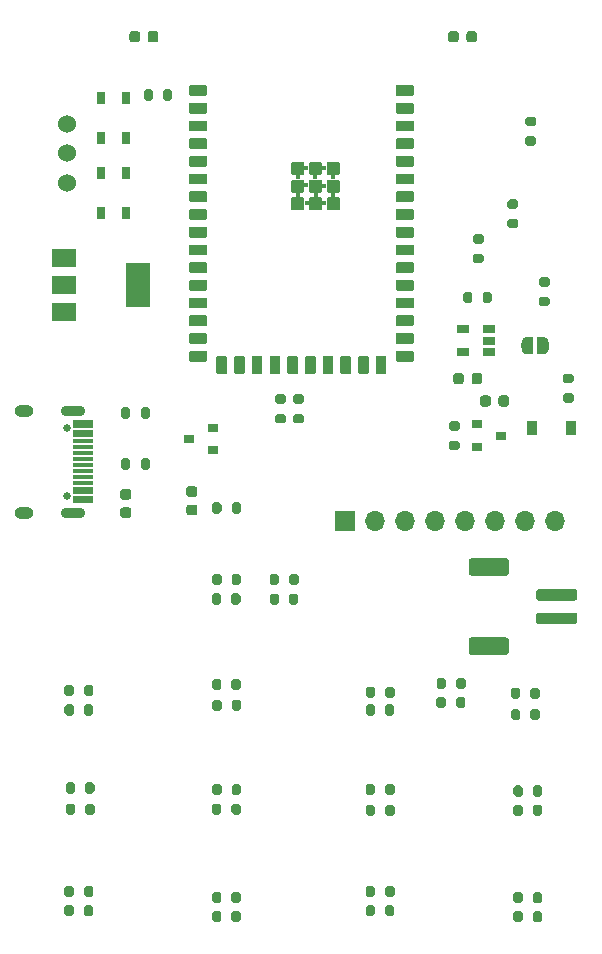
<source format=gbr>
%TF.GenerationSoftware,KiCad,Pcbnew,(5.1.12)-1*%
%TF.CreationDate,2022-08-12T17:27:40+02:00*%
%TF.ProjectId,upitchuS2,75706974-6368-4755-9332-2e6b69636164,1.1*%
%TF.SameCoordinates,Original*%
%TF.FileFunction,Soldermask,Bot*%
%TF.FilePolarity,Negative*%
%FSLAX46Y46*%
G04 Gerber Fmt 4.6, Leading zero omitted, Abs format (unit mm)*
G04 Created by KiCad (PCBNEW (5.1.12)-1) date 2022-08-12 17:27:40*
%MOMM*%
%LPD*%
G01*
G04 APERTURE LIST*
%ADD10R,0.900000X1.200000*%
%ADD11R,0.900000X0.800000*%
%ADD12C,0.100000*%
%ADD13R,0.650000X1.050000*%
%ADD14R,1.060000X0.650000*%
%ADD15O,1.600000X1.000000*%
%ADD16O,2.100000X0.900000*%
%ADD17C,0.650000*%
%ADD18R,1.750000X0.300000*%
%ADD19R,2.000000X3.800000*%
%ADD20R,2.000000X1.500000*%
%ADD21R,1.700000X1.700000*%
%ADD22O,1.700000X1.700000*%
%ADD23C,1.524000*%
%ADD24C,0.400000*%
G04 APERTURE END LIST*
D10*
%TO.C,D3*%
X130683000Y-87630000D03*
X127383000Y-87630000D03*
%TD*%
D11*
%TO.C,D2*%
X100330000Y-87630000D03*
X100330000Y-89530000D03*
X98330000Y-88580000D03*
%TD*%
D12*
%TO.C,J4*%
G36*
X127770000Y-79895000D02*
G01*
X128270000Y-79895000D01*
X128270000Y-79895602D01*
X128294534Y-79895602D01*
X128343365Y-79900412D01*
X128391490Y-79909984D01*
X128438445Y-79924228D01*
X128483778Y-79943005D01*
X128527051Y-79966136D01*
X128567850Y-79993396D01*
X128605779Y-80024524D01*
X128640476Y-80059221D01*
X128671604Y-80097150D01*
X128698864Y-80137949D01*
X128721995Y-80181222D01*
X128740772Y-80226555D01*
X128755016Y-80273510D01*
X128764588Y-80321635D01*
X128769398Y-80370466D01*
X128769398Y-80395000D01*
X128770000Y-80395000D01*
X128770000Y-80895000D01*
X128769398Y-80895000D01*
X128769398Y-80919534D01*
X128764588Y-80968365D01*
X128755016Y-81016490D01*
X128740772Y-81063445D01*
X128721995Y-81108778D01*
X128698864Y-81152051D01*
X128671604Y-81192850D01*
X128640476Y-81230779D01*
X128605779Y-81265476D01*
X128567850Y-81296604D01*
X128527051Y-81323864D01*
X128483778Y-81346995D01*
X128438445Y-81365772D01*
X128391490Y-81380016D01*
X128343365Y-81389588D01*
X128294534Y-81394398D01*
X128270000Y-81394398D01*
X128270000Y-81395000D01*
X127770000Y-81395000D01*
X127770000Y-79895000D01*
G37*
G36*
X126970000Y-81394398D02*
G01*
X126945466Y-81394398D01*
X126896635Y-81389588D01*
X126848510Y-81380016D01*
X126801555Y-81365772D01*
X126756222Y-81346995D01*
X126712949Y-81323864D01*
X126672150Y-81296604D01*
X126634221Y-81265476D01*
X126599524Y-81230779D01*
X126568396Y-81192850D01*
X126541136Y-81152051D01*
X126518005Y-81108778D01*
X126499228Y-81063445D01*
X126484984Y-81016490D01*
X126475412Y-80968365D01*
X126470602Y-80919534D01*
X126470602Y-80895000D01*
X126470000Y-80895000D01*
X126470000Y-80395000D01*
X126470602Y-80395000D01*
X126470602Y-80370466D01*
X126475412Y-80321635D01*
X126484984Y-80273510D01*
X126499228Y-80226555D01*
X126518005Y-80181222D01*
X126541136Y-80137949D01*
X126568396Y-80097150D01*
X126599524Y-80059221D01*
X126634221Y-80024524D01*
X126672150Y-79993396D01*
X126712949Y-79966136D01*
X126756222Y-79943005D01*
X126801555Y-79924228D01*
X126848510Y-79909984D01*
X126896635Y-79900412D01*
X126945466Y-79895602D01*
X126970000Y-79895602D01*
X126970000Y-79895000D01*
X127470000Y-79895000D01*
X127470000Y-81395000D01*
X126970000Y-81395000D01*
X126970000Y-81394398D01*
G37*
%TD*%
D13*
%TO.C,SW2*%
X90900000Y-66000000D03*
X90900000Y-69465000D03*
X93000000Y-66000000D03*
X93000000Y-69465000D03*
%TD*%
D14*
%TO.C,U1*%
X121500000Y-79270000D03*
X121500000Y-81170000D03*
X123700000Y-81170000D03*
X123700000Y-80220000D03*
X123700000Y-79270000D03*
%TD*%
D11*
%TO.C,Q1*%
X122700000Y-89220000D03*
X122700000Y-87320000D03*
X124700000Y-88270000D03*
%TD*%
D13*
%TO.C,SW1*%
X93000000Y-63114000D03*
X93000000Y-59649000D03*
X90900000Y-63114000D03*
X90900000Y-59649000D03*
%TD*%
D15*
%TO.C,J101*%
X84330000Y-94820000D03*
X84330000Y-86180000D03*
D16*
X88510000Y-94820000D03*
X88510000Y-86180000D03*
D17*
X88010000Y-93390000D03*
X88010000Y-87610000D03*
D18*
X89350000Y-90250000D03*
X89350000Y-89750000D03*
X89350000Y-89250000D03*
X89350000Y-88750000D03*
X89350000Y-91250000D03*
X89350000Y-92250000D03*
X89350000Y-91750000D03*
X89350000Y-90750000D03*
X89350000Y-93850000D03*
X89350000Y-93550000D03*
X89350000Y-93050000D03*
X89350000Y-92750000D03*
X89350000Y-87950000D03*
X89350000Y-88250000D03*
X89350000Y-87450000D03*
X89350000Y-87150000D03*
%TD*%
D19*
%TO.C,U101*%
X94000000Y-75500000D03*
D20*
X87700000Y-75500000D03*
X87700000Y-73200000D03*
X87700000Y-77800000D03*
%TD*%
D21*
%TO.C,J102*%
X111500000Y-95500000D03*
D22*
X114040000Y-95500000D03*
X116580000Y-95500000D03*
X119120000Y-95500000D03*
X121660000Y-95500000D03*
X124200000Y-95500000D03*
X126740000Y-95500000D03*
X129280000Y-95500000D03*
%TD*%
%TO.C,J1*%
G36*
G01*
X130950000Y-104250000D02*
X127950000Y-104250000D01*
G75*
G02*
X127700000Y-104000000I0J250000D01*
G01*
X127700000Y-103500000D01*
G75*
G02*
X127950000Y-103250000I250000J0D01*
G01*
X130950000Y-103250000D01*
G75*
G02*
X131200000Y-103500000I0J-250000D01*
G01*
X131200000Y-104000000D01*
G75*
G02*
X130950000Y-104250000I-250000J0D01*
G01*
G37*
G36*
G01*
X130950000Y-102250000D02*
X127950000Y-102250000D01*
G75*
G02*
X127700000Y-102000000I0J250000D01*
G01*
X127700000Y-101500000D01*
G75*
G02*
X127950000Y-101250000I250000J0D01*
G01*
X130950000Y-101250000D01*
G75*
G02*
X131200000Y-101500000I0J-250000D01*
G01*
X131200000Y-102000000D01*
G75*
G02*
X130950000Y-102250000I-250000J0D01*
G01*
G37*
G36*
G01*
X125150000Y-106850000D02*
X122250000Y-106850000D01*
G75*
G02*
X122000000Y-106600000I0J250000D01*
G01*
X122000000Y-105600000D01*
G75*
G02*
X122250000Y-105350000I250000J0D01*
G01*
X125150000Y-105350000D01*
G75*
G02*
X125400000Y-105600000I0J-250000D01*
G01*
X125400000Y-106600000D01*
G75*
G02*
X125150000Y-106850000I-250000J0D01*
G01*
G37*
G36*
G01*
X125150000Y-100150000D02*
X122250000Y-100150000D01*
G75*
G02*
X122000000Y-99900000I0J250000D01*
G01*
X122000000Y-98900000D01*
G75*
G02*
X122250000Y-98650000I250000J0D01*
G01*
X125150000Y-98650000D01*
G75*
G02*
X125400000Y-98900000I0J-250000D01*
G01*
X125400000Y-99900000D01*
G75*
G02*
X125150000Y-100150000I-250000J0D01*
G01*
G37*
%TD*%
D23*
%TO.C,SW117*%
X87950000Y-64350000D03*
X87950000Y-61850000D03*
X87950000Y-66850000D03*
%TD*%
%TO.C,C1*%
G36*
G01*
X92722000Y-92795000D02*
X93222000Y-92795000D01*
G75*
G02*
X93447000Y-93020000I0J-225000D01*
G01*
X93447000Y-93470000D01*
G75*
G02*
X93222000Y-93695000I-225000J0D01*
G01*
X92722000Y-93695000D01*
G75*
G02*
X92497000Y-93470000I0J225000D01*
G01*
X92497000Y-93020000D01*
G75*
G02*
X92722000Y-92795000I225000J0D01*
G01*
G37*
G36*
G01*
X92722000Y-94345000D02*
X93222000Y-94345000D01*
G75*
G02*
X93447000Y-94570000I0J-225000D01*
G01*
X93447000Y-95020000D01*
G75*
G02*
X93222000Y-95245000I-225000J0D01*
G01*
X92722000Y-95245000D01*
G75*
G02*
X92497000Y-95020000I0J225000D01*
G01*
X92497000Y-94570000D01*
G75*
G02*
X92722000Y-94345000I225000J0D01*
G01*
G37*
%TD*%
%TO.C,C6*%
G36*
G01*
X124518000Y-85594000D02*
X124518000Y-85094000D01*
G75*
G02*
X124743000Y-84869000I225000J0D01*
G01*
X125193000Y-84869000D01*
G75*
G02*
X125418000Y-85094000I0J-225000D01*
G01*
X125418000Y-85594000D01*
G75*
G02*
X125193000Y-85819000I-225000J0D01*
G01*
X124743000Y-85819000D01*
G75*
G02*
X124518000Y-85594000I0J225000D01*
G01*
G37*
G36*
G01*
X122968000Y-85594000D02*
X122968000Y-85094000D01*
G75*
G02*
X123193000Y-84869000I225000J0D01*
G01*
X123643000Y-84869000D01*
G75*
G02*
X123868000Y-85094000I0J-225000D01*
G01*
X123868000Y-85594000D01*
G75*
G02*
X123643000Y-85819000I-225000J0D01*
G01*
X123193000Y-85819000D01*
G75*
G02*
X122968000Y-85594000I0J225000D01*
G01*
G37*
%TD*%
%TO.C,C8*%
G36*
G01*
X98810000Y-93461000D02*
X98310000Y-93461000D01*
G75*
G02*
X98085000Y-93236000I0J225000D01*
G01*
X98085000Y-92786000D01*
G75*
G02*
X98310000Y-92561000I225000J0D01*
G01*
X98810000Y-92561000D01*
G75*
G02*
X99035000Y-92786000I0J-225000D01*
G01*
X99035000Y-93236000D01*
G75*
G02*
X98810000Y-93461000I-225000J0D01*
G01*
G37*
G36*
G01*
X98810000Y-95011000D02*
X98310000Y-95011000D01*
G75*
G02*
X98085000Y-94786000I0J225000D01*
G01*
X98085000Y-94336000D01*
G75*
G02*
X98310000Y-94111000I225000J0D01*
G01*
X98810000Y-94111000D01*
G75*
G02*
X99035000Y-94336000I0J-225000D01*
G01*
X99035000Y-94786000D01*
G75*
G02*
X98810000Y-95011000I-225000J0D01*
G01*
G37*
%TD*%
%TO.C,C9*%
G36*
G01*
X120691000Y-83699000D02*
X120691000Y-83199000D01*
G75*
G02*
X120916000Y-82974000I225000J0D01*
G01*
X121366000Y-82974000D01*
G75*
G02*
X121591000Y-83199000I0J-225000D01*
G01*
X121591000Y-83699000D01*
G75*
G02*
X121366000Y-83924000I-225000J0D01*
G01*
X120916000Y-83924000D01*
G75*
G02*
X120691000Y-83699000I0J225000D01*
G01*
G37*
G36*
G01*
X122241000Y-83699000D02*
X122241000Y-83199000D01*
G75*
G02*
X122466000Y-82974000I225000J0D01*
G01*
X122916000Y-82974000D01*
G75*
G02*
X123141000Y-83199000I0J-225000D01*
G01*
X123141000Y-83699000D01*
G75*
G02*
X122916000Y-83924000I-225000J0D01*
G01*
X122466000Y-83924000D01*
G75*
G02*
X122241000Y-83699000I0J225000D01*
G01*
G37*
%TD*%
%TO.C,C101*%
G36*
G01*
X95725000Y-54250000D02*
X95725000Y-54750000D01*
G75*
G02*
X95500000Y-54975000I-225000J0D01*
G01*
X95050000Y-54975000D01*
G75*
G02*
X94825000Y-54750000I0J225000D01*
G01*
X94825000Y-54250000D01*
G75*
G02*
X95050000Y-54025000I225000J0D01*
G01*
X95500000Y-54025000D01*
G75*
G02*
X95725000Y-54250000I0J-225000D01*
G01*
G37*
G36*
G01*
X94175000Y-54250000D02*
X94175000Y-54750000D01*
G75*
G02*
X93950000Y-54975000I-225000J0D01*
G01*
X93500000Y-54975000D01*
G75*
G02*
X93275000Y-54750000I0J225000D01*
G01*
X93275000Y-54250000D01*
G75*
G02*
X93500000Y-54025000I225000J0D01*
G01*
X93950000Y-54025000D01*
G75*
G02*
X94175000Y-54250000I0J-225000D01*
G01*
G37*
%TD*%
%TO.C,C102*%
G36*
G01*
X121155000Y-54250000D02*
X121155000Y-54750000D01*
G75*
G02*
X120930000Y-54975000I-225000J0D01*
G01*
X120480000Y-54975000D01*
G75*
G02*
X120255000Y-54750000I0J225000D01*
G01*
X120255000Y-54250000D01*
G75*
G02*
X120480000Y-54025000I225000J0D01*
G01*
X120930000Y-54025000D01*
G75*
G02*
X121155000Y-54250000I0J-225000D01*
G01*
G37*
G36*
G01*
X122705000Y-54250000D02*
X122705000Y-54750000D01*
G75*
G02*
X122480000Y-54975000I-225000J0D01*
G01*
X122030000Y-54975000D01*
G75*
G02*
X121805000Y-54750000I0J225000D01*
G01*
X121805000Y-54250000D01*
G75*
G02*
X122030000Y-54025000I225000J0D01*
G01*
X122480000Y-54025000D01*
G75*
G02*
X122705000Y-54250000I0J-225000D01*
G01*
G37*
%TD*%
%TO.C,R1*%
G36*
G01*
X121521000Y-76856000D02*
X121521000Y-76306000D01*
G75*
G02*
X121721000Y-76106000I200000J0D01*
G01*
X122121000Y-76106000D01*
G75*
G02*
X122321000Y-76306000I0J-200000D01*
G01*
X122321000Y-76856000D01*
G75*
G02*
X122121000Y-77056000I-200000J0D01*
G01*
X121721000Y-77056000D01*
G75*
G02*
X121521000Y-76856000I0J200000D01*
G01*
G37*
G36*
G01*
X123171000Y-76856000D02*
X123171000Y-76306000D01*
G75*
G02*
X123371000Y-76106000I200000J0D01*
G01*
X123771000Y-76106000D01*
G75*
G02*
X123971000Y-76306000I0J-200000D01*
G01*
X123971000Y-76856000D01*
G75*
G02*
X123771000Y-77056000I-200000J0D01*
G01*
X123371000Y-77056000D01*
G75*
G02*
X123171000Y-76856000I0J200000D01*
G01*
G37*
%TD*%
%TO.C,R2*%
G36*
G01*
X100285000Y-94675000D02*
X100285000Y-94125000D01*
G75*
G02*
X100485000Y-93925000I200000J0D01*
G01*
X100885000Y-93925000D01*
G75*
G02*
X101085000Y-94125000I0J-200000D01*
G01*
X101085000Y-94675000D01*
G75*
G02*
X100885000Y-94875000I-200000J0D01*
G01*
X100485000Y-94875000D01*
G75*
G02*
X100285000Y-94675000I0J200000D01*
G01*
G37*
G36*
G01*
X101935000Y-94675000D02*
X101935000Y-94125000D01*
G75*
G02*
X102135000Y-93925000I200000J0D01*
G01*
X102535000Y-93925000D01*
G75*
G02*
X102735000Y-94125000I0J-200000D01*
G01*
X102735000Y-94675000D01*
G75*
G02*
X102535000Y-94875000I-200000J0D01*
G01*
X102135000Y-94875000D01*
G75*
G02*
X101935000Y-94675000I0J200000D01*
G01*
G37*
%TD*%
%TO.C,R3*%
G36*
G01*
X95270000Y-59161000D02*
X95270000Y-59711000D01*
G75*
G02*
X95070000Y-59911000I-200000J0D01*
G01*
X94670000Y-59911000D01*
G75*
G02*
X94470000Y-59711000I0J200000D01*
G01*
X94470000Y-59161000D01*
G75*
G02*
X94670000Y-58961000I200000J0D01*
G01*
X95070000Y-58961000D01*
G75*
G02*
X95270000Y-59161000I0J-200000D01*
G01*
G37*
G36*
G01*
X96920000Y-59161000D02*
X96920000Y-59711000D01*
G75*
G02*
X96720000Y-59911000I-200000J0D01*
G01*
X96320000Y-59911000D01*
G75*
G02*
X96120000Y-59711000I0J200000D01*
G01*
X96120000Y-59161000D01*
G75*
G02*
X96320000Y-58961000I200000J0D01*
G01*
X96720000Y-58961000D01*
G75*
G02*
X96920000Y-59161000I0J-200000D01*
G01*
G37*
%TD*%
%TO.C,R4*%
G36*
G01*
X107873000Y-87234000D02*
X107323000Y-87234000D01*
G75*
G02*
X107123000Y-87034000I0J200000D01*
G01*
X107123000Y-86634000D01*
G75*
G02*
X107323000Y-86434000I200000J0D01*
G01*
X107873000Y-86434000D01*
G75*
G02*
X108073000Y-86634000I0J-200000D01*
G01*
X108073000Y-87034000D01*
G75*
G02*
X107873000Y-87234000I-200000J0D01*
G01*
G37*
G36*
G01*
X107873000Y-85584000D02*
X107323000Y-85584000D01*
G75*
G02*
X107123000Y-85384000I0J200000D01*
G01*
X107123000Y-84984000D01*
G75*
G02*
X107323000Y-84784000I200000J0D01*
G01*
X107873000Y-84784000D01*
G75*
G02*
X108073000Y-84984000I0J-200000D01*
G01*
X108073000Y-85384000D01*
G75*
G02*
X107873000Y-85584000I-200000J0D01*
G01*
G37*
%TD*%
%TO.C,R5*%
G36*
G01*
X106349000Y-85584000D02*
X105799000Y-85584000D01*
G75*
G02*
X105599000Y-85384000I0J200000D01*
G01*
X105599000Y-84984000D01*
G75*
G02*
X105799000Y-84784000I200000J0D01*
G01*
X106349000Y-84784000D01*
G75*
G02*
X106549000Y-84984000I0J-200000D01*
G01*
X106549000Y-85384000D01*
G75*
G02*
X106349000Y-85584000I-200000J0D01*
G01*
G37*
G36*
G01*
X106349000Y-87234000D02*
X105799000Y-87234000D01*
G75*
G02*
X105599000Y-87034000I0J200000D01*
G01*
X105599000Y-86634000D01*
G75*
G02*
X105799000Y-86434000I200000J0D01*
G01*
X106349000Y-86434000D01*
G75*
G02*
X106549000Y-86634000I0J-200000D01*
G01*
X106549000Y-87034000D01*
G75*
G02*
X106349000Y-87234000I-200000J0D01*
G01*
G37*
%TD*%
%TO.C,R6*%
G36*
G01*
X123084000Y-72029000D02*
X122534000Y-72029000D01*
G75*
G02*
X122334000Y-71829000I0J200000D01*
G01*
X122334000Y-71429000D01*
G75*
G02*
X122534000Y-71229000I200000J0D01*
G01*
X123084000Y-71229000D01*
G75*
G02*
X123284000Y-71429000I0J-200000D01*
G01*
X123284000Y-71829000D01*
G75*
G02*
X123084000Y-72029000I-200000J0D01*
G01*
G37*
G36*
G01*
X123084000Y-73679000D02*
X122534000Y-73679000D01*
G75*
G02*
X122334000Y-73479000I0J200000D01*
G01*
X122334000Y-73079000D01*
G75*
G02*
X122534000Y-72879000I200000J0D01*
G01*
X123084000Y-72879000D01*
G75*
G02*
X123284000Y-73079000I0J-200000D01*
G01*
X123284000Y-73479000D01*
G75*
G02*
X123084000Y-73679000I-200000J0D01*
G01*
G37*
%TD*%
%TO.C,R9*%
G36*
G01*
X130704000Y-83839000D02*
X130154000Y-83839000D01*
G75*
G02*
X129954000Y-83639000I0J200000D01*
G01*
X129954000Y-83239000D01*
G75*
G02*
X130154000Y-83039000I200000J0D01*
G01*
X130704000Y-83039000D01*
G75*
G02*
X130904000Y-83239000I0J-200000D01*
G01*
X130904000Y-83639000D01*
G75*
G02*
X130704000Y-83839000I-200000J0D01*
G01*
G37*
G36*
G01*
X130704000Y-85489000D02*
X130154000Y-85489000D01*
G75*
G02*
X129954000Y-85289000I0J200000D01*
G01*
X129954000Y-84889000D01*
G75*
G02*
X130154000Y-84689000I200000J0D01*
G01*
X130704000Y-84689000D01*
G75*
G02*
X130904000Y-84889000I0J-200000D01*
G01*
X130904000Y-85289000D01*
G75*
G02*
X130704000Y-85489000I-200000J0D01*
G01*
G37*
%TD*%
%TO.C,R14*%
G36*
G01*
X125463000Y-69923000D02*
X126013000Y-69923000D01*
G75*
G02*
X126213000Y-70123000I0J-200000D01*
G01*
X126213000Y-70523000D01*
G75*
G02*
X126013000Y-70723000I-200000J0D01*
G01*
X125463000Y-70723000D01*
G75*
G02*
X125263000Y-70523000I0J200000D01*
G01*
X125263000Y-70123000D01*
G75*
G02*
X125463000Y-69923000I200000J0D01*
G01*
G37*
G36*
G01*
X125463000Y-68273000D02*
X126013000Y-68273000D01*
G75*
G02*
X126213000Y-68473000I0J-200000D01*
G01*
X126213000Y-68873000D01*
G75*
G02*
X126013000Y-69073000I-200000J0D01*
G01*
X125463000Y-69073000D01*
G75*
G02*
X125263000Y-68873000I0J200000D01*
G01*
X125263000Y-68473000D01*
G75*
G02*
X125463000Y-68273000I200000J0D01*
G01*
G37*
%TD*%
%TO.C,R16*%
G36*
G01*
X128130000Y-76525000D02*
X128680000Y-76525000D01*
G75*
G02*
X128880000Y-76725000I0J-200000D01*
G01*
X128880000Y-77125000D01*
G75*
G02*
X128680000Y-77325000I-200000J0D01*
G01*
X128130000Y-77325000D01*
G75*
G02*
X127930000Y-77125000I0J200000D01*
G01*
X127930000Y-76725000D01*
G75*
G02*
X128130000Y-76525000I200000J0D01*
G01*
G37*
G36*
G01*
X128130000Y-74875000D02*
X128680000Y-74875000D01*
G75*
G02*
X128880000Y-75075000I0J-200000D01*
G01*
X128880000Y-75475000D01*
G75*
G02*
X128680000Y-75675000I-200000J0D01*
G01*
X128130000Y-75675000D01*
G75*
G02*
X127930000Y-75475000I0J200000D01*
G01*
X127930000Y-75075000D01*
G75*
G02*
X128130000Y-74875000I200000J0D01*
G01*
G37*
%TD*%
%TO.C,R17*%
G36*
G01*
X127537000Y-63736000D02*
X126987000Y-63736000D01*
G75*
G02*
X126787000Y-63536000I0J200000D01*
G01*
X126787000Y-63136000D01*
G75*
G02*
X126987000Y-62936000I200000J0D01*
G01*
X127537000Y-62936000D01*
G75*
G02*
X127737000Y-63136000I0J-200000D01*
G01*
X127737000Y-63536000D01*
G75*
G02*
X127537000Y-63736000I-200000J0D01*
G01*
G37*
G36*
G01*
X127537000Y-62086000D02*
X126987000Y-62086000D01*
G75*
G02*
X126787000Y-61886000I0J200000D01*
G01*
X126787000Y-61486000D01*
G75*
G02*
X126987000Y-61286000I200000J0D01*
G01*
X127537000Y-61286000D01*
G75*
G02*
X127737000Y-61486000I0J-200000D01*
G01*
X127737000Y-61886000D01*
G75*
G02*
X127537000Y-62086000I-200000J0D01*
G01*
G37*
%TD*%
%TO.C,R19*%
G36*
G01*
X121052000Y-89495000D02*
X120502000Y-89495000D01*
G75*
G02*
X120302000Y-89295000I0J200000D01*
G01*
X120302000Y-88895000D01*
G75*
G02*
X120502000Y-88695000I200000J0D01*
G01*
X121052000Y-88695000D01*
G75*
G02*
X121252000Y-88895000I0J-200000D01*
G01*
X121252000Y-89295000D01*
G75*
G02*
X121052000Y-89495000I-200000J0D01*
G01*
G37*
G36*
G01*
X121052000Y-87845000D02*
X120502000Y-87845000D01*
G75*
G02*
X120302000Y-87645000I0J200000D01*
G01*
X120302000Y-87245000D01*
G75*
G02*
X120502000Y-87045000I200000J0D01*
G01*
X121052000Y-87045000D01*
G75*
G02*
X121252000Y-87245000I0J-200000D01*
G01*
X121252000Y-87645000D01*
G75*
G02*
X121052000Y-87845000I-200000J0D01*
G01*
G37*
%TD*%
%TO.C,R101*%
G36*
G01*
X89525000Y-120175000D02*
X89525000Y-119625000D01*
G75*
G02*
X89725000Y-119425000I200000J0D01*
G01*
X90125000Y-119425000D01*
G75*
G02*
X90325000Y-119625000I0J-200000D01*
G01*
X90325000Y-120175000D01*
G75*
G02*
X90125000Y-120375000I-200000J0D01*
G01*
X89725000Y-120375000D01*
G75*
G02*
X89525000Y-120175000I0J200000D01*
G01*
G37*
G36*
G01*
X87875000Y-120175000D02*
X87875000Y-119625000D01*
G75*
G02*
X88075000Y-119425000I200000J0D01*
G01*
X88475000Y-119425000D01*
G75*
G02*
X88675000Y-119625000I0J-200000D01*
G01*
X88675000Y-120175000D01*
G75*
G02*
X88475000Y-120375000I-200000J0D01*
G01*
X88075000Y-120375000D01*
G75*
G02*
X87875000Y-120175000I0J200000D01*
G01*
G37*
%TD*%
%TO.C,R102*%
G36*
G01*
X88565000Y-126598000D02*
X88565000Y-127148000D01*
G75*
G02*
X88365000Y-127348000I-200000J0D01*
G01*
X87965000Y-127348000D01*
G75*
G02*
X87765000Y-127148000I0J200000D01*
G01*
X87765000Y-126598000D01*
G75*
G02*
X87965000Y-126398000I200000J0D01*
G01*
X88365000Y-126398000D01*
G75*
G02*
X88565000Y-126598000I0J-200000D01*
G01*
G37*
G36*
G01*
X90215000Y-126598000D02*
X90215000Y-127148000D01*
G75*
G02*
X90015000Y-127348000I-200000J0D01*
G01*
X89615000Y-127348000D01*
G75*
G02*
X89415000Y-127148000I0J200000D01*
G01*
X89415000Y-126598000D01*
G75*
G02*
X89615000Y-126398000I200000J0D01*
G01*
X90015000Y-126398000D01*
G75*
G02*
X90215000Y-126598000I0J-200000D01*
G01*
G37*
%TD*%
%TO.C,R103*%
G36*
G01*
X89415000Y-111775000D02*
X89415000Y-111225000D01*
G75*
G02*
X89615000Y-111025000I200000J0D01*
G01*
X90015000Y-111025000D01*
G75*
G02*
X90215000Y-111225000I0J-200000D01*
G01*
X90215000Y-111775000D01*
G75*
G02*
X90015000Y-111975000I-200000J0D01*
G01*
X89615000Y-111975000D01*
G75*
G02*
X89415000Y-111775000I0J200000D01*
G01*
G37*
G36*
G01*
X87765000Y-111775000D02*
X87765000Y-111225000D01*
G75*
G02*
X87965000Y-111025000I200000J0D01*
G01*
X88365000Y-111025000D01*
G75*
G02*
X88565000Y-111225000I0J-200000D01*
G01*
X88565000Y-111775000D01*
G75*
G02*
X88365000Y-111975000I-200000J0D01*
G01*
X87965000Y-111975000D01*
G75*
G02*
X87765000Y-111775000I0J200000D01*
G01*
G37*
%TD*%
%TO.C,R104*%
G36*
G01*
X120915000Y-111146000D02*
X120915000Y-110596000D01*
G75*
G02*
X121115000Y-110396000I200000J0D01*
G01*
X121515000Y-110396000D01*
G75*
G02*
X121715000Y-110596000I0J-200000D01*
G01*
X121715000Y-111146000D01*
G75*
G02*
X121515000Y-111346000I-200000J0D01*
G01*
X121115000Y-111346000D01*
G75*
G02*
X120915000Y-111146000I0J200000D01*
G01*
G37*
G36*
G01*
X119265000Y-111146000D02*
X119265000Y-110596000D01*
G75*
G02*
X119465000Y-110396000I200000J0D01*
G01*
X119865000Y-110396000D01*
G75*
G02*
X120065000Y-110596000I0J-200000D01*
G01*
X120065000Y-111146000D01*
G75*
G02*
X119865000Y-111346000I-200000J0D01*
G01*
X119465000Y-111346000D01*
G75*
G02*
X119265000Y-111146000I0J200000D01*
G01*
G37*
%TD*%
%TO.C,R105*%
G36*
G01*
X90325000Y-117835000D02*
X90325000Y-118385000D01*
G75*
G02*
X90125000Y-118585000I-200000J0D01*
G01*
X89725000Y-118585000D01*
G75*
G02*
X89525000Y-118385000I0J200000D01*
G01*
X89525000Y-117835000D01*
G75*
G02*
X89725000Y-117635000I200000J0D01*
G01*
X90125000Y-117635000D01*
G75*
G02*
X90325000Y-117835000I0J-200000D01*
G01*
G37*
G36*
G01*
X88675000Y-117835000D02*
X88675000Y-118385000D01*
G75*
G02*
X88475000Y-118585000I-200000J0D01*
G01*
X88075000Y-118585000D01*
G75*
G02*
X87875000Y-118385000I0J200000D01*
G01*
X87875000Y-117835000D01*
G75*
G02*
X88075000Y-117635000I200000J0D01*
G01*
X88475000Y-117635000D01*
G75*
G02*
X88675000Y-117835000I0J-200000D01*
G01*
G37*
%TD*%
%TO.C,R106*%
G36*
G01*
X87775000Y-128775000D02*
X87775000Y-128225000D01*
G75*
G02*
X87975000Y-128025000I200000J0D01*
G01*
X88375000Y-128025000D01*
G75*
G02*
X88575000Y-128225000I0J-200000D01*
G01*
X88575000Y-128775000D01*
G75*
G02*
X88375000Y-128975000I-200000J0D01*
G01*
X87975000Y-128975000D01*
G75*
G02*
X87775000Y-128775000I0J200000D01*
G01*
G37*
G36*
G01*
X89425000Y-128775000D02*
X89425000Y-128225000D01*
G75*
G02*
X89625000Y-128025000I200000J0D01*
G01*
X90025000Y-128025000D01*
G75*
G02*
X90225000Y-128225000I0J-200000D01*
G01*
X90225000Y-128775000D01*
G75*
G02*
X90025000Y-128975000I-200000J0D01*
G01*
X89625000Y-128975000D01*
G75*
G02*
X89425000Y-128775000I0J200000D01*
G01*
G37*
%TD*%
%TO.C,R107*%
G36*
G01*
X90215000Y-109580000D02*
X90215000Y-110130000D01*
G75*
G02*
X90015000Y-110330000I-200000J0D01*
G01*
X89615000Y-110330000D01*
G75*
G02*
X89415000Y-110130000I0J200000D01*
G01*
X89415000Y-109580000D01*
G75*
G02*
X89615000Y-109380000I200000J0D01*
G01*
X90015000Y-109380000D01*
G75*
G02*
X90215000Y-109580000I0J-200000D01*
G01*
G37*
G36*
G01*
X88565000Y-109580000D02*
X88565000Y-110130000D01*
G75*
G02*
X88365000Y-110330000I-200000J0D01*
G01*
X87965000Y-110330000D01*
G75*
G02*
X87765000Y-110130000I0J200000D01*
G01*
X87765000Y-109580000D01*
G75*
G02*
X87965000Y-109380000I200000J0D01*
G01*
X88365000Y-109380000D01*
G75*
G02*
X88565000Y-109580000I0J-200000D01*
G01*
G37*
%TD*%
%TO.C,R108*%
G36*
G01*
X121735000Y-108987000D02*
X121735000Y-109537000D01*
G75*
G02*
X121535000Y-109737000I-200000J0D01*
G01*
X121135000Y-109737000D01*
G75*
G02*
X120935000Y-109537000I0J200000D01*
G01*
X120935000Y-108987000D01*
G75*
G02*
X121135000Y-108787000I200000J0D01*
G01*
X121535000Y-108787000D01*
G75*
G02*
X121735000Y-108987000I0J-200000D01*
G01*
G37*
G36*
G01*
X120085000Y-108987000D02*
X120085000Y-109537000D01*
G75*
G02*
X119885000Y-109737000I-200000J0D01*
G01*
X119485000Y-109737000D01*
G75*
G02*
X119285000Y-109537000I0J200000D01*
G01*
X119285000Y-108987000D01*
G75*
G02*
X119485000Y-108787000I200000J0D01*
G01*
X119885000Y-108787000D01*
G75*
G02*
X120085000Y-108987000I0J-200000D01*
G01*
G37*
%TD*%
%TO.C,R109*%
G36*
G01*
X101085000Y-117962000D02*
X101085000Y-118512000D01*
G75*
G02*
X100885000Y-118712000I-200000J0D01*
G01*
X100485000Y-118712000D01*
G75*
G02*
X100285000Y-118512000I0J200000D01*
G01*
X100285000Y-117962000D01*
G75*
G02*
X100485000Y-117762000I200000J0D01*
G01*
X100885000Y-117762000D01*
G75*
G02*
X101085000Y-117962000I0J-200000D01*
G01*
G37*
G36*
G01*
X102735000Y-117962000D02*
X102735000Y-118512000D01*
G75*
G02*
X102535000Y-118712000I-200000J0D01*
G01*
X102135000Y-118712000D01*
G75*
G02*
X101935000Y-118512000I0J200000D01*
G01*
X101935000Y-117962000D01*
G75*
G02*
X102135000Y-117762000I200000J0D01*
G01*
X102535000Y-117762000D01*
G75*
G02*
X102735000Y-117962000I0J-200000D01*
G01*
G37*
%TD*%
%TO.C,R110*%
G36*
G01*
X102715000Y-127106000D02*
X102715000Y-127656000D01*
G75*
G02*
X102515000Y-127856000I-200000J0D01*
G01*
X102115000Y-127856000D01*
G75*
G02*
X101915000Y-127656000I0J200000D01*
G01*
X101915000Y-127106000D01*
G75*
G02*
X102115000Y-126906000I200000J0D01*
G01*
X102515000Y-126906000D01*
G75*
G02*
X102715000Y-127106000I0J-200000D01*
G01*
G37*
G36*
G01*
X101065000Y-127106000D02*
X101065000Y-127656000D01*
G75*
G02*
X100865000Y-127856000I-200000J0D01*
G01*
X100465000Y-127856000D01*
G75*
G02*
X100265000Y-127656000I0J200000D01*
G01*
X100265000Y-127106000D01*
G75*
G02*
X100465000Y-126906000I200000J0D01*
G01*
X100865000Y-126906000D01*
G75*
G02*
X101065000Y-127106000I0J-200000D01*
G01*
G37*
%TD*%
%TO.C,R111*%
G36*
G01*
X101935000Y-111375000D02*
X101935000Y-110825000D01*
G75*
G02*
X102135000Y-110625000I200000J0D01*
G01*
X102535000Y-110625000D01*
G75*
G02*
X102735000Y-110825000I0J-200000D01*
G01*
X102735000Y-111375000D01*
G75*
G02*
X102535000Y-111575000I-200000J0D01*
G01*
X102135000Y-111575000D01*
G75*
G02*
X101935000Y-111375000I0J200000D01*
G01*
G37*
G36*
G01*
X100285000Y-111375000D02*
X100285000Y-110825000D01*
G75*
G02*
X100485000Y-110625000I200000J0D01*
G01*
X100885000Y-110625000D01*
G75*
G02*
X101085000Y-110825000I0J-200000D01*
G01*
X101085000Y-111375000D01*
G75*
G02*
X100885000Y-111575000I-200000J0D01*
G01*
X100485000Y-111575000D01*
G75*
G02*
X100285000Y-111375000I0J200000D01*
G01*
G37*
%TD*%
%TO.C,R112*%
G36*
G01*
X100230000Y-102375000D02*
X100230000Y-101825000D01*
G75*
G02*
X100430000Y-101625000I200000J0D01*
G01*
X100830000Y-101625000D01*
G75*
G02*
X101030000Y-101825000I0J-200000D01*
G01*
X101030000Y-102375000D01*
G75*
G02*
X100830000Y-102575000I-200000J0D01*
G01*
X100430000Y-102575000D01*
G75*
G02*
X100230000Y-102375000I0J200000D01*
G01*
G37*
G36*
G01*
X101880000Y-102375000D02*
X101880000Y-101825000D01*
G75*
G02*
X102080000Y-101625000I200000J0D01*
G01*
X102480000Y-101625000D01*
G75*
G02*
X102680000Y-101825000I0J-200000D01*
G01*
X102680000Y-102375000D01*
G75*
G02*
X102480000Y-102575000I-200000J0D01*
G01*
X102080000Y-102575000D01*
G75*
G02*
X101880000Y-102375000I0J200000D01*
G01*
G37*
%TD*%
%TO.C,R113*%
G36*
G01*
X126365000Y-109825000D02*
X126365000Y-110375000D01*
G75*
G02*
X126165000Y-110575000I-200000J0D01*
G01*
X125765000Y-110575000D01*
G75*
G02*
X125565000Y-110375000I0J200000D01*
G01*
X125565000Y-109825000D01*
G75*
G02*
X125765000Y-109625000I200000J0D01*
G01*
X126165000Y-109625000D01*
G75*
G02*
X126365000Y-109825000I0J-200000D01*
G01*
G37*
G36*
G01*
X128015000Y-109825000D02*
X128015000Y-110375000D01*
G75*
G02*
X127815000Y-110575000I-200000J0D01*
G01*
X127415000Y-110575000D01*
G75*
G02*
X127215000Y-110375000I0J200000D01*
G01*
X127215000Y-109825000D01*
G75*
G02*
X127415000Y-109625000I200000J0D01*
G01*
X127815000Y-109625000D01*
G75*
G02*
X128015000Y-109825000I0J-200000D01*
G01*
G37*
%TD*%
%TO.C,R114*%
G36*
G01*
X100265000Y-120175000D02*
X100265000Y-119625000D01*
G75*
G02*
X100465000Y-119425000I200000J0D01*
G01*
X100865000Y-119425000D01*
G75*
G02*
X101065000Y-119625000I0J-200000D01*
G01*
X101065000Y-120175000D01*
G75*
G02*
X100865000Y-120375000I-200000J0D01*
G01*
X100465000Y-120375000D01*
G75*
G02*
X100265000Y-120175000I0J200000D01*
G01*
G37*
G36*
G01*
X101915000Y-120175000D02*
X101915000Y-119625000D01*
G75*
G02*
X102115000Y-119425000I200000J0D01*
G01*
X102515000Y-119425000D01*
G75*
G02*
X102715000Y-119625000I0J-200000D01*
G01*
X102715000Y-120175000D01*
G75*
G02*
X102515000Y-120375000I-200000J0D01*
G01*
X102115000Y-120375000D01*
G75*
G02*
X101915000Y-120175000I0J200000D01*
G01*
G37*
%TD*%
%TO.C,R115*%
G36*
G01*
X100265000Y-129275000D02*
X100265000Y-128725000D01*
G75*
G02*
X100465000Y-128525000I200000J0D01*
G01*
X100865000Y-128525000D01*
G75*
G02*
X101065000Y-128725000I0J-200000D01*
G01*
X101065000Y-129275000D01*
G75*
G02*
X100865000Y-129475000I-200000J0D01*
G01*
X100465000Y-129475000D01*
G75*
G02*
X100265000Y-129275000I0J200000D01*
G01*
G37*
G36*
G01*
X101915000Y-129275000D02*
X101915000Y-128725000D01*
G75*
G02*
X102115000Y-128525000I200000J0D01*
G01*
X102515000Y-128525000D01*
G75*
G02*
X102715000Y-128725000I0J-200000D01*
G01*
X102715000Y-129275000D01*
G75*
G02*
X102515000Y-129475000I-200000J0D01*
G01*
X102115000Y-129475000D01*
G75*
G02*
X101915000Y-129275000I0J200000D01*
G01*
G37*
%TD*%
%TO.C,R116*%
G36*
G01*
X102715000Y-109072000D02*
X102715000Y-109622000D01*
G75*
G02*
X102515000Y-109822000I-200000J0D01*
G01*
X102115000Y-109822000D01*
G75*
G02*
X101915000Y-109622000I0J200000D01*
G01*
X101915000Y-109072000D01*
G75*
G02*
X102115000Y-108872000I200000J0D01*
G01*
X102515000Y-108872000D01*
G75*
G02*
X102715000Y-109072000I0J-200000D01*
G01*
G37*
G36*
G01*
X101065000Y-109072000D02*
X101065000Y-109622000D01*
G75*
G02*
X100865000Y-109822000I-200000J0D01*
G01*
X100465000Y-109822000D01*
G75*
G02*
X100265000Y-109622000I0J200000D01*
G01*
X100265000Y-109072000D01*
G75*
G02*
X100465000Y-108872000I200000J0D01*
G01*
X100865000Y-108872000D01*
G75*
G02*
X101065000Y-109072000I0J-200000D01*
G01*
G37*
%TD*%
%TO.C,R117*%
G36*
G01*
X101075000Y-100182000D02*
X101075000Y-100732000D01*
G75*
G02*
X100875000Y-100932000I-200000J0D01*
G01*
X100475000Y-100932000D01*
G75*
G02*
X100275000Y-100732000I0J200000D01*
G01*
X100275000Y-100182000D01*
G75*
G02*
X100475000Y-99982000I200000J0D01*
G01*
X100875000Y-99982000D01*
G75*
G02*
X101075000Y-100182000I0J-200000D01*
G01*
G37*
G36*
G01*
X102725000Y-100182000D02*
X102725000Y-100732000D01*
G75*
G02*
X102525000Y-100932000I-200000J0D01*
G01*
X102125000Y-100932000D01*
G75*
G02*
X101925000Y-100732000I0J200000D01*
G01*
X101925000Y-100182000D01*
G75*
G02*
X102125000Y-99982000I200000J0D01*
G01*
X102525000Y-99982000D01*
G75*
G02*
X102725000Y-100182000I0J-200000D01*
G01*
G37*
%TD*%
%TO.C,R118*%
G36*
G01*
X125565000Y-112162000D02*
X125565000Y-111612000D01*
G75*
G02*
X125765000Y-111412000I200000J0D01*
G01*
X126165000Y-111412000D01*
G75*
G02*
X126365000Y-111612000I0J-200000D01*
G01*
X126365000Y-112162000D01*
G75*
G02*
X126165000Y-112362000I-200000J0D01*
G01*
X125765000Y-112362000D01*
G75*
G02*
X125565000Y-112162000I0J200000D01*
G01*
G37*
G36*
G01*
X127215000Y-112162000D02*
X127215000Y-111612000D01*
G75*
G02*
X127415000Y-111412000I200000J0D01*
G01*
X127815000Y-111412000D01*
G75*
G02*
X128015000Y-111612000I0J-200000D01*
G01*
X128015000Y-112162000D01*
G75*
G02*
X127815000Y-112362000I-200000J0D01*
G01*
X127415000Y-112362000D01*
G75*
G02*
X127215000Y-112162000I0J200000D01*
G01*
G37*
%TD*%
%TO.C,R119*%
G36*
G01*
X114925000Y-120275000D02*
X114925000Y-119725000D01*
G75*
G02*
X115125000Y-119525000I200000J0D01*
G01*
X115525000Y-119525000D01*
G75*
G02*
X115725000Y-119725000I0J-200000D01*
G01*
X115725000Y-120275000D01*
G75*
G02*
X115525000Y-120475000I-200000J0D01*
G01*
X115125000Y-120475000D01*
G75*
G02*
X114925000Y-120275000I0J200000D01*
G01*
G37*
G36*
G01*
X113275000Y-120275000D02*
X113275000Y-119725000D01*
G75*
G02*
X113475000Y-119525000I200000J0D01*
G01*
X113875000Y-119525000D01*
G75*
G02*
X114075000Y-119725000I0J-200000D01*
G01*
X114075000Y-120275000D01*
G75*
G02*
X113875000Y-120475000I-200000J0D01*
G01*
X113475000Y-120475000D01*
G75*
G02*
X113275000Y-120275000I0J200000D01*
G01*
G37*
%TD*%
%TO.C,R120*%
G36*
G01*
X114915000Y-128775000D02*
X114915000Y-128225000D01*
G75*
G02*
X115115000Y-128025000I200000J0D01*
G01*
X115515000Y-128025000D01*
G75*
G02*
X115715000Y-128225000I0J-200000D01*
G01*
X115715000Y-128775000D01*
G75*
G02*
X115515000Y-128975000I-200000J0D01*
G01*
X115115000Y-128975000D01*
G75*
G02*
X114915000Y-128775000I0J200000D01*
G01*
G37*
G36*
G01*
X113265000Y-128775000D02*
X113265000Y-128225000D01*
G75*
G02*
X113465000Y-128025000I200000J0D01*
G01*
X113865000Y-128025000D01*
G75*
G02*
X114065000Y-128225000I0J-200000D01*
G01*
X114065000Y-128775000D01*
G75*
G02*
X113865000Y-128975000I-200000J0D01*
G01*
X113465000Y-128975000D01*
G75*
G02*
X113265000Y-128775000I0J200000D01*
G01*
G37*
%TD*%
%TO.C,R121*%
G36*
G01*
X114075000Y-109725000D02*
X114075000Y-110275000D01*
G75*
G02*
X113875000Y-110475000I-200000J0D01*
G01*
X113475000Y-110475000D01*
G75*
G02*
X113275000Y-110275000I0J200000D01*
G01*
X113275000Y-109725000D01*
G75*
G02*
X113475000Y-109525000I200000J0D01*
G01*
X113875000Y-109525000D01*
G75*
G02*
X114075000Y-109725000I0J-200000D01*
G01*
G37*
G36*
G01*
X115725000Y-109725000D02*
X115725000Y-110275000D01*
G75*
G02*
X115525000Y-110475000I-200000J0D01*
G01*
X115125000Y-110475000D01*
G75*
G02*
X114925000Y-110275000I0J200000D01*
G01*
X114925000Y-109725000D01*
G75*
G02*
X115125000Y-109525000I200000J0D01*
G01*
X115525000Y-109525000D01*
G75*
G02*
X115725000Y-109725000I0J-200000D01*
G01*
G37*
%TD*%
%TO.C,R122*%
G36*
G01*
X105947000Y-100182000D02*
X105947000Y-100732000D01*
G75*
G02*
X105747000Y-100932000I-200000J0D01*
G01*
X105347000Y-100932000D01*
G75*
G02*
X105147000Y-100732000I0J200000D01*
G01*
X105147000Y-100182000D01*
G75*
G02*
X105347000Y-99982000I200000J0D01*
G01*
X105747000Y-99982000D01*
G75*
G02*
X105947000Y-100182000I0J-200000D01*
G01*
G37*
G36*
G01*
X107597000Y-100182000D02*
X107597000Y-100732000D01*
G75*
G02*
X107397000Y-100932000I-200000J0D01*
G01*
X106997000Y-100932000D01*
G75*
G02*
X106797000Y-100732000I0J200000D01*
G01*
X106797000Y-100182000D01*
G75*
G02*
X106997000Y-99982000I200000J0D01*
G01*
X107397000Y-99982000D01*
G75*
G02*
X107597000Y-100182000I0J-200000D01*
G01*
G37*
%TD*%
%TO.C,R123*%
G36*
G01*
X127425000Y-120275000D02*
X127425000Y-119725000D01*
G75*
G02*
X127625000Y-119525000I200000J0D01*
G01*
X128025000Y-119525000D01*
G75*
G02*
X128225000Y-119725000I0J-200000D01*
G01*
X128225000Y-120275000D01*
G75*
G02*
X128025000Y-120475000I-200000J0D01*
G01*
X127625000Y-120475000D01*
G75*
G02*
X127425000Y-120275000I0J200000D01*
G01*
G37*
G36*
G01*
X125775000Y-120275000D02*
X125775000Y-119725000D01*
G75*
G02*
X125975000Y-119525000I200000J0D01*
G01*
X126375000Y-119525000D01*
G75*
G02*
X126575000Y-119725000I0J-200000D01*
G01*
X126575000Y-120275000D01*
G75*
G02*
X126375000Y-120475000I-200000J0D01*
G01*
X125975000Y-120475000D01*
G75*
G02*
X125775000Y-120275000I0J200000D01*
G01*
G37*
%TD*%
%TO.C,R124*%
G36*
G01*
X115725000Y-117962000D02*
X115725000Y-118512000D01*
G75*
G02*
X115525000Y-118712000I-200000J0D01*
G01*
X115125000Y-118712000D01*
G75*
G02*
X114925000Y-118512000I0J200000D01*
G01*
X114925000Y-117962000D01*
G75*
G02*
X115125000Y-117762000I200000J0D01*
G01*
X115525000Y-117762000D01*
G75*
G02*
X115725000Y-117962000I0J-200000D01*
G01*
G37*
G36*
G01*
X114075000Y-117962000D02*
X114075000Y-118512000D01*
G75*
G02*
X113875000Y-118712000I-200000J0D01*
G01*
X113475000Y-118712000D01*
G75*
G02*
X113275000Y-118512000I0J200000D01*
G01*
X113275000Y-117962000D01*
G75*
G02*
X113475000Y-117762000I200000J0D01*
G01*
X113875000Y-117762000D01*
G75*
G02*
X114075000Y-117962000I0J-200000D01*
G01*
G37*
%TD*%
%TO.C,R125*%
G36*
G01*
X115725000Y-126598000D02*
X115725000Y-127148000D01*
G75*
G02*
X115525000Y-127348000I-200000J0D01*
G01*
X115125000Y-127348000D01*
G75*
G02*
X114925000Y-127148000I0J200000D01*
G01*
X114925000Y-126598000D01*
G75*
G02*
X115125000Y-126398000I200000J0D01*
G01*
X115525000Y-126398000D01*
G75*
G02*
X115725000Y-126598000I0J-200000D01*
G01*
G37*
G36*
G01*
X114075000Y-126598000D02*
X114075000Y-127148000D01*
G75*
G02*
X113875000Y-127348000I-200000J0D01*
G01*
X113475000Y-127348000D01*
G75*
G02*
X113275000Y-127148000I0J200000D01*
G01*
X113275000Y-126598000D01*
G75*
G02*
X113475000Y-126398000I200000J0D01*
G01*
X113875000Y-126398000D01*
G75*
G02*
X114075000Y-126598000I0J-200000D01*
G01*
G37*
%TD*%
%TO.C,R126*%
G36*
G01*
X113265000Y-111775000D02*
X113265000Y-111225000D01*
G75*
G02*
X113465000Y-111025000I200000J0D01*
G01*
X113865000Y-111025000D01*
G75*
G02*
X114065000Y-111225000I0J-200000D01*
G01*
X114065000Y-111775000D01*
G75*
G02*
X113865000Y-111975000I-200000J0D01*
G01*
X113465000Y-111975000D01*
G75*
G02*
X113265000Y-111775000I0J200000D01*
G01*
G37*
G36*
G01*
X114915000Y-111775000D02*
X114915000Y-111225000D01*
G75*
G02*
X115115000Y-111025000I200000J0D01*
G01*
X115515000Y-111025000D01*
G75*
G02*
X115715000Y-111225000I0J-200000D01*
G01*
X115715000Y-111775000D01*
G75*
G02*
X115515000Y-111975000I-200000J0D01*
G01*
X115115000Y-111975000D01*
G75*
G02*
X114915000Y-111775000I0J200000D01*
G01*
G37*
%TD*%
%TO.C,R127*%
G36*
G01*
X105137000Y-102394000D02*
X105137000Y-101844000D01*
G75*
G02*
X105337000Y-101644000I200000J0D01*
G01*
X105737000Y-101644000D01*
G75*
G02*
X105937000Y-101844000I0J-200000D01*
G01*
X105937000Y-102394000D01*
G75*
G02*
X105737000Y-102594000I-200000J0D01*
G01*
X105337000Y-102594000D01*
G75*
G02*
X105137000Y-102394000I0J200000D01*
G01*
G37*
G36*
G01*
X106787000Y-102394000D02*
X106787000Y-101844000D01*
G75*
G02*
X106987000Y-101644000I200000J0D01*
G01*
X107387000Y-101644000D01*
G75*
G02*
X107587000Y-101844000I0J-200000D01*
G01*
X107587000Y-102394000D01*
G75*
G02*
X107387000Y-102594000I-200000J0D01*
G01*
X106987000Y-102594000D01*
G75*
G02*
X106787000Y-102394000I0J200000D01*
G01*
G37*
%TD*%
%TO.C,R128*%
G36*
G01*
X128225000Y-118089000D02*
X128225000Y-118639000D01*
G75*
G02*
X128025000Y-118839000I-200000J0D01*
G01*
X127625000Y-118839000D01*
G75*
G02*
X127425000Y-118639000I0J200000D01*
G01*
X127425000Y-118089000D01*
G75*
G02*
X127625000Y-117889000I200000J0D01*
G01*
X128025000Y-117889000D01*
G75*
G02*
X128225000Y-118089000I0J-200000D01*
G01*
G37*
G36*
G01*
X126575000Y-118089000D02*
X126575000Y-118639000D01*
G75*
G02*
X126375000Y-118839000I-200000J0D01*
G01*
X125975000Y-118839000D01*
G75*
G02*
X125775000Y-118639000I0J200000D01*
G01*
X125775000Y-118089000D01*
G75*
G02*
X125975000Y-117889000I200000J0D01*
G01*
X126375000Y-117889000D01*
G75*
G02*
X126575000Y-118089000I0J-200000D01*
G01*
G37*
%TD*%
%TO.C,R129*%
G36*
G01*
X92565000Y-86635000D02*
X92565000Y-86085000D01*
G75*
G02*
X92765000Y-85885000I200000J0D01*
G01*
X93165000Y-85885000D01*
G75*
G02*
X93365000Y-86085000I0J-200000D01*
G01*
X93365000Y-86635000D01*
G75*
G02*
X93165000Y-86835000I-200000J0D01*
G01*
X92765000Y-86835000D01*
G75*
G02*
X92565000Y-86635000I0J200000D01*
G01*
G37*
G36*
G01*
X94215000Y-86635000D02*
X94215000Y-86085000D01*
G75*
G02*
X94415000Y-85885000I200000J0D01*
G01*
X94815000Y-85885000D01*
G75*
G02*
X95015000Y-86085000I0J-200000D01*
G01*
X95015000Y-86635000D01*
G75*
G02*
X94815000Y-86835000I-200000J0D01*
G01*
X94415000Y-86835000D01*
G75*
G02*
X94215000Y-86635000I0J200000D01*
G01*
G37*
%TD*%
%TO.C,R130*%
G36*
G01*
X93365000Y-90403000D02*
X93365000Y-90953000D01*
G75*
G02*
X93165000Y-91153000I-200000J0D01*
G01*
X92765000Y-91153000D01*
G75*
G02*
X92565000Y-90953000I0J200000D01*
G01*
X92565000Y-90403000D01*
G75*
G02*
X92765000Y-90203000I200000J0D01*
G01*
X93165000Y-90203000D01*
G75*
G02*
X93365000Y-90403000I0J-200000D01*
G01*
G37*
G36*
G01*
X95015000Y-90403000D02*
X95015000Y-90953000D01*
G75*
G02*
X94815000Y-91153000I-200000J0D01*
G01*
X94415000Y-91153000D01*
G75*
G02*
X94215000Y-90953000I0J200000D01*
G01*
X94215000Y-90403000D01*
G75*
G02*
X94415000Y-90203000I200000J0D01*
G01*
X94815000Y-90203000D01*
G75*
G02*
X95015000Y-90403000I0J-200000D01*
G01*
G37*
%TD*%
%TO.C,R131*%
G36*
G01*
X127415000Y-129275000D02*
X127415000Y-128725000D01*
G75*
G02*
X127615000Y-128525000I200000J0D01*
G01*
X128015000Y-128525000D01*
G75*
G02*
X128215000Y-128725000I0J-200000D01*
G01*
X128215000Y-129275000D01*
G75*
G02*
X128015000Y-129475000I-200000J0D01*
G01*
X127615000Y-129475000D01*
G75*
G02*
X127415000Y-129275000I0J200000D01*
G01*
G37*
G36*
G01*
X125765000Y-129275000D02*
X125765000Y-128725000D01*
G75*
G02*
X125965000Y-128525000I200000J0D01*
G01*
X126365000Y-128525000D01*
G75*
G02*
X126565000Y-128725000I0J-200000D01*
G01*
X126565000Y-129275000D01*
G75*
G02*
X126365000Y-129475000I-200000J0D01*
G01*
X125965000Y-129475000D01*
G75*
G02*
X125765000Y-129275000I0J200000D01*
G01*
G37*
%TD*%
%TO.C,R132*%
G36*
G01*
X128225000Y-127106000D02*
X128225000Y-127656000D01*
G75*
G02*
X128025000Y-127856000I-200000J0D01*
G01*
X127625000Y-127856000D01*
G75*
G02*
X127425000Y-127656000I0J200000D01*
G01*
X127425000Y-127106000D01*
G75*
G02*
X127625000Y-126906000I200000J0D01*
G01*
X128025000Y-126906000D01*
G75*
G02*
X128225000Y-127106000I0J-200000D01*
G01*
G37*
G36*
G01*
X126575000Y-127106000D02*
X126575000Y-127656000D01*
G75*
G02*
X126375000Y-127856000I-200000J0D01*
G01*
X125975000Y-127856000D01*
G75*
G02*
X125775000Y-127656000I0J200000D01*
G01*
X125775000Y-127106000D01*
G75*
G02*
X125975000Y-126906000I200000J0D01*
G01*
X126375000Y-126906000D01*
G75*
G02*
X126575000Y-127106000I0J-200000D01*
G01*
G37*
%TD*%
%TO.C,U102*%
G36*
G01*
X109980000Y-69118100D02*
X109980000Y-68191900D01*
G75*
G02*
X110066900Y-68105000I86900J0D01*
G01*
X110993100Y-68105000D01*
G75*
G02*
X111080000Y-68191900I0J-86900D01*
G01*
X111080000Y-69118100D01*
G75*
G02*
X110993100Y-69205000I-86900J0D01*
G01*
X110066900Y-69205000D01*
G75*
G02*
X109980000Y-69118100I0J86900D01*
G01*
G37*
G36*
G01*
X106980000Y-67618100D02*
X106980000Y-66691900D01*
G75*
G02*
X107066900Y-66605000I86900J0D01*
G01*
X107993100Y-66605000D01*
G75*
G02*
X108080000Y-66691900I0J-86900D01*
G01*
X108080000Y-67618100D01*
G75*
G02*
X107993100Y-67705000I-86900J0D01*
G01*
X107066900Y-67705000D01*
G75*
G02*
X106980000Y-67618100I0J86900D01*
G01*
G37*
G36*
G01*
X108480000Y-67618100D02*
X108480000Y-66691900D01*
G75*
G02*
X108566900Y-66605000I86900J0D01*
G01*
X109493100Y-66605000D01*
G75*
G02*
X109580000Y-66691900I0J-86900D01*
G01*
X109580000Y-67618100D01*
G75*
G02*
X109493100Y-67705000I-86900J0D01*
G01*
X108566900Y-67705000D01*
G75*
G02*
X108480000Y-67618100I0J86900D01*
G01*
G37*
D24*
X108254000Y-67074000D03*
X109778000Y-68598000D03*
G36*
G01*
X106980000Y-69118100D02*
X106980000Y-68191900D01*
G75*
G02*
X107066900Y-68105000I86900J0D01*
G01*
X107993100Y-68105000D01*
G75*
G02*
X108080000Y-68191900I0J-86900D01*
G01*
X108080000Y-69118100D01*
G75*
G02*
X107993100Y-69205000I-86900J0D01*
G01*
X107066900Y-69205000D01*
G75*
G02*
X106980000Y-69118100I0J86900D01*
G01*
G37*
G36*
G01*
X106980000Y-66118100D02*
X106980000Y-65191900D01*
G75*
G02*
X107066900Y-65105000I86900J0D01*
G01*
X107993100Y-65105000D01*
G75*
G02*
X108080000Y-65191900I0J-86900D01*
G01*
X108080000Y-66118100D01*
G75*
G02*
X107993100Y-66205000I-86900J0D01*
G01*
X107066900Y-66205000D01*
G75*
G02*
X106980000Y-66118100I0J86900D01*
G01*
G37*
G36*
G01*
X108480000Y-66118100D02*
X108480000Y-65191900D01*
G75*
G02*
X108566900Y-65105000I86900J0D01*
G01*
X109493100Y-65105000D01*
G75*
G02*
X109580000Y-65191900I0J-86900D01*
G01*
X109580000Y-66118100D01*
G75*
G02*
X109493100Y-66205000I-86900J0D01*
G01*
X108566900Y-66205000D01*
G75*
G02*
X108480000Y-66118100I0J86900D01*
G01*
G37*
X109066800Y-67886800D03*
X108304800Y-68598000D03*
X109778000Y-65600800D03*
X109778000Y-67124800D03*
G36*
G01*
X109980000Y-67618100D02*
X109980000Y-66691900D01*
G75*
G02*
X110066900Y-66605000I86900J0D01*
G01*
X110993100Y-66605000D01*
G75*
G02*
X111080000Y-66691900I0J-86900D01*
G01*
X111080000Y-67618100D01*
G75*
G02*
X110993100Y-67705000I-86900J0D01*
G01*
X110066900Y-67705000D01*
G75*
G02*
X109980000Y-67618100I0J86900D01*
G01*
G37*
G36*
G01*
X109980000Y-66118100D02*
X109980000Y-65191900D01*
G75*
G02*
X110066900Y-65105000I86900J0D01*
G01*
X110993100Y-65105000D01*
G75*
G02*
X111080000Y-65191900I0J-86900D01*
G01*
X111080000Y-66118100D01*
G75*
G02*
X110993100Y-66205000I-86900J0D01*
G01*
X110066900Y-66205000D01*
G75*
G02*
X109980000Y-66118100I0J86900D01*
G01*
G37*
X110540000Y-67886800D03*
X108254000Y-65600800D03*
X110540000Y-66413600D03*
X109016000Y-66413600D03*
X107542800Y-66413600D03*
X107542800Y-67886800D03*
G36*
G01*
X108480000Y-69118100D02*
X108480000Y-68191900D01*
G75*
G02*
X108566900Y-68105000I86900J0D01*
G01*
X109493100Y-68105000D01*
G75*
G02*
X109580000Y-68191900I0J-86900D01*
G01*
X109580000Y-69118100D01*
G75*
G02*
X109493100Y-69205000I-86900J0D01*
G01*
X108566900Y-69205000D01*
G75*
G02*
X108480000Y-69118100I0J86900D01*
G01*
G37*
G36*
G01*
X117340000Y-58671100D02*
X117340000Y-59428900D01*
G75*
G02*
X117268900Y-59500000I-71100J0D01*
G01*
X115911100Y-59500000D01*
G75*
G02*
X115840000Y-59428900I0J71100D01*
G01*
X115840000Y-58671100D01*
G75*
G02*
X115911100Y-58600000I71100J0D01*
G01*
X117268900Y-58600000D01*
G75*
G02*
X117340000Y-58671100I0J-71100D01*
G01*
G37*
G36*
G01*
X117340000Y-60171100D02*
X117340000Y-60928900D01*
G75*
G02*
X117268900Y-61000000I-71100J0D01*
G01*
X115911100Y-61000000D01*
G75*
G02*
X115840000Y-60928900I0J71100D01*
G01*
X115840000Y-60171100D01*
G75*
G02*
X115911100Y-60100000I71100J0D01*
G01*
X117268900Y-60100000D01*
G75*
G02*
X117340000Y-60171100I0J-71100D01*
G01*
G37*
G36*
G01*
X117340000Y-61671100D02*
X117340000Y-62428900D01*
G75*
G02*
X117268900Y-62500000I-71100J0D01*
G01*
X115911100Y-62500000D01*
G75*
G02*
X115840000Y-62428900I0J71100D01*
G01*
X115840000Y-61671100D01*
G75*
G02*
X115911100Y-61600000I71100J0D01*
G01*
X117268900Y-61600000D01*
G75*
G02*
X117340000Y-61671100I0J-71100D01*
G01*
G37*
G36*
G01*
X117340000Y-63171100D02*
X117340000Y-63928900D01*
G75*
G02*
X117268900Y-64000000I-71100J0D01*
G01*
X115911100Y-64000000D01*
G75*
G02*
X115840000Y-63928900I0J71100D01*
G01*
X115840000Y-63171100D01*
G75*
G02*
X115911100Y-63100000I71100J0D01*
G01*
X117268900Y-63100000D01*
G75*
G02*
X117340000Y-63171100I0J-71100D01*
G01*
G37*
G36*
G01*
X117340000Y-64671100D02*
X117340000Y-65428900D01*
G75*
G02*
X117268900Y-65500000I-71100J0D01*
G01*
X115911100Y-65500000D01*
G75*
G02*
X115840000Y-65428900I0J71100D01*
G01*
X115840000Y-64671100D01*
G75*
G02*
X115911100Y-64600000I71100J0D01*
G01*
X117268900Y-64600000D01*
G75*
G02*
X117340000Y-64671100I0J-71100D01*
G01*
G37*
G36*
G01*
X117340000Y-66171100D02*
X117340000Y-66928900D01*
G75*
G02*
X117268900Y-67000000I-71100J0D01*
G01*
X115911100Y-67000000D01*
G75*
G02*
X115840000Y-66928900I0J71100D01*
G01*
X115840000Y-66171100D01*
G75*
G02*
X115911100Y-66100000I71100J0D01*
G01*
X117268900Y-66100000D01*
G75*
G02*
X117340000Y-66171100I0J-71100D01*
G01*
G37*
G36*
G01*
X117340000Y-67671100D02*
X117340000Y-68428900D01*
G75*
G02*
X117268900Y-68500000I-71100J0D01*
G01*
X115911100Y-68500000D01*
G75*
G02*
X115840000Y-68428900I0J71100D01*
G01*
X115840000Y-67671100D01*
G75*
G02*
X115911100Y-67600000I71100J0D01*
G01*
X117268900Y-67600000D01*
G75*
G02*
X117340000Y-67671100I0J-71100D01*
G01*
G37*
G36*
G01*
X117340000Y-69171100D02*
X117340000Y-69928900D01*
G75*
G02*
X117268900Y-70000000I-71100J0D01*
G01*
X115911100Y-70000000D01*
G75*
G02*
X115840000Y-69928900I0J71100D01*
G01*
X115840000Y-69171100D01*
G75*
G02*
X115911100Y-69100000I71100J0D01*
G01*
X117268900Y-69100000D01*
G75*
G02*
X117340000Y-69171100I0J-71100D01*
G01*
G37*
G36*
G01*
X117340000Y-70671100D02*
X117340000Y-71428900D01*
G75*
G02*
X117268900Y-71500000I-71100J0D01*
G01*
X115911100Y-71500000D01*
G75*
G02*
X115840000Y-71428900I0J71100D01*
G01*
X115840000Y-70671100D01*
G75*
G02*
X115911100Y-70600000I71100J0D01*
G01*
X117268900Y-70600000D01*
G75*
G02*
X117340000Y-70671100I0J-71100D01*
G01*
G37*
G36*
G01*
X117340000Y-72171100D02*
X117340000Y-72928900D01*
G75*
G02*
X117268900Y-73000000I-71100J0D01*
G01*
X115911100Y-73000000D01*
G75*
G02*
X115840000Y-72928900I0J71100D01*
G01*
X115840000Y-72171100D01*
G75*
G02*
X115911100Y-72100000I71100J0D01*
G01*
X117268900Y-72100000D01*
G75*
G02*
X117340000Y-72171100I0J-71100D01*
G01*
G37*
G36*
G01*
X117340000Y-73671100D02*
X117340000Y-74428900D01*
G75*
G02*
X117268900Y-74500000I-71100J0D01*
G01*
X115911100Y-74500000D01*
G75*
G02*
X115840000Y-74428900I0J71100D01*
G01*
X115840000Y-73671100D01*
G75*
G02*
X115911100Y-73600000I71100J0D01*
G01*
X117268900Y-73600000D01*
G75*
G02*
X117340000Y-73671100I0J-71100D01*
G01*
G37*
G36*
G01*
X117340000Y-75171100D02*
X117340000Y-75928900D01*
G75*
G02*
X117268900Y-76000000I-71100J0D01*
G01*
X115911100Y-76000000D01*
G75*
G02*
X115840000Y-75928900I0J71100D01*
G01*
X115840000Y-75171100D01*
G75*
G02*
X115911100Y-75100000I71100J0D01*
G01*
X117268900Y-75100000D01*
G75*
G02*
X117340000Y-75171100I0J-71100D01*
G01*
G37*
G36*
G01*
X117340000Y-76671100D02*
X117340000Y-77428900D01*
G75*
G02*
X117268900Y-77500000I-71100J0D01*
G01*
X115911100Y-77500000D01*
G75*
G02*
X115840000Y-77428900I0J71100D01*
G01*
X115840000Y-76671100D01*
G75*
G02*
X115911100Y-76600000I71100J0D01*
G01*
X117268900Y-76600000D01*
G75*
G02*
X117340000Y-76671100I0J-71100D01*
G01*
G37*
G36*
G01*
X117340000Y-78171100D02*
X117340000Y-78928900D01*
G75*
G02*
X117268900Y-79000000I-71100J0D01*
G01*
X115911100Y-79000000D01*
G75*
G02*
X115840000Y-78928900I0J71100D01*
G01*
X115840000Y-78171100D01*
G75*
G02*
X115911100Y-78100000I71100J0D01*
G01*
X117268900Y-78100000D01*
G75*
G02*
X117340000Y-78171100I0J-71100D01*
G01*
G37*
G36*
G01*
X117340000Y-79671100D02*
X117340000Y-80428900D01*
G75*
G02*
X117268900Y-80500000I-71100J0D01*
G01*
X115911100Y-80500000D01*
G75*
G02*
X115840000Y-80428900I0J71100D01*
G01*
X115840000Y-79671100D01*
G75*
G02*
X115911100Y-79600000I71100J0D01*
G01*
X117268900Y-79600000D01*
G75*
G02*
X117340000Y-79671100I0J-71100D01*
G01*
G37*
G36*
G01*
X117340000Y-81171100D02*
X117340000Y-81928900D01*
G75*
G02*
X117268900Y-82000000I-71100J0D01*
G01*
X115911100Y-82000000D01*
G75*
G02*
X115840000Y-81928900I0J71100D01*
G01*
X115840000Y-81171100D01*
G75*
G02*
X115911100Y-81100000I71100J0D01*
G01*
X117268900Y-81100000D01*
G75*
G02*
X117340000Y-81171100I0J-71100D01*
G01*
G37*
G36*
G01*
X99840000Y-60171100D02*
X99840000Y-60928900D01*
G75*
G02*
X99768900Y-61000000I-71100J0D01*
G01*
X98411100Y-61000000D01*
G75*
G02*
X98340000Y-60928900I0J71100D01*
G01*
X98340000Y-60171100D01*
G75*
G02*
X98411100Y-60100000I71100J0D01*
G01*
X99768900Y-60100000D01*
G75*
G02*
X99840000Y-60171100I0J-71100D01*
G01*
G37*
G36*
G01*
X99840000Y-58671100D02*
X99840000Y-59428900D01*
G75*
G02*
X99768900Y-59500000I-71100J0D01*
G01*
X98411100Y-59500000D01*
G75*
G02*
X98340000Y-59428900I0J71100D01*
G01*
X98340000Y-58671100D01*
G75*
G02*
X98411100Y-58600000I71100J0D01*
G01*
X99768900Y-58600000D01*
G75*
G02*
X99840000Y-58671100I0J-71100D01*
G01*
G37*
G36*
G01*
X99840000Y-64671100D02*
X99840000Y-65428900D01*
G75*
G02*
X99768900Y-65500000I-71100J0D01*
G01*
X98411100Y-65500000D01*
G75*
G02*
X98340000Y-65428900I0J71100D01*
G01*
X98340000Y-64671100D01*
G75*
G02*
X98411100Y-64600000I71100J0D01*
G01*
X99768900Y-64600000D01*
G75*
G02*
X99840000Y-64671100I0J-71100D01*
G01*
G37*
G36*
G01*
X99840000Y-61671100D02*
X99840000Y-62428900D01*
G75*
G02*
X99768900Y-62500000I-71100J0D01*
G01*
X98411100Y-62500000D01*
G75*
G02*
X98340000Y-62428900I0J71100D01*
G01*
X98340000Y-61671100D01*
G75*
G02*
X98411100Y-61600000I71100J0D01*
G01*
X99768900Y-61600000D01*
G75*
G02*
X99840000Y-61671100I0J-71100D01*
G01*
G37*
G36*
G01*
X99840000Y-66171100D02*
X99840000Y-66928900D01*
G75*
G02*
X99768900Y-67000000I-71100J0D01*
G01*
X98411100Y-67000000D01*
G75*
G02*
X98340000Y-66928900I0J71100D01*
G01*
X98340000Y-66171100D01*
G75*
G02*
X98411100Y-66100000I71100J0D01*
G01*
X99768900Y-66100000D01*
G75*
G02*
X99840000Y-66171100I0J-71100D01*
G01*
G37*
G36*
G01*
X99840000Y-67671100D02*
X99840000Y-68428900D01*
G75*
G02*
X99768900Y-68500000I-71100J0D01*
G01*
X98411100Y-68500000D01*
G75*
G02*
X98340000Y-68428900I0J71100D01*
G01*
X98340000Y-67671100D01*
G75*
G02*
X98411100Y-67600000I71100J0D01*
G01*
X99768900Y-67600000D01*
G75*
G02*
X99840000Y-67671100I0J-71100D01*
G01*
G37*
G36*
G01*
X99840000Y-69171100D02*
X99840000Y-69928900D01*
G75*
G02*
X99768900Y-70000000I-71100J0D01*
G01*
X98411100Y-70000000D01*
G75*
G02*
X98340000Y-69928900I0J71100D01*
G01*
X98340000Y-69171100D01*
G75*
G02*
X98411100Y-69100000I71100J0D01*
G01*
X99768900Y-69100000D01*
G75*
G02*
X99840000Y-69171100I0J-71100D01*
G01*
G37*
G36*
G01*
X99840000Y-70671100D02*
X99840000Y-71428900D01*
G75*
G02*
X99768900Y-71500000I-71100J0D01*
G01*
X98411100Y-71500000D01*
G75*
G02*
X98340000Y-71428900I0J71100D01*
G01*
X98340000Y-70671100D01*
G75*
G02*
X98411100Y-70600000I71100J0D01*
G01*
X99768900Y-70600000D01*
G75*
G02*
X99840000Y-70671100I0J-71100D01*
G01*
G37*
G36*
G01*
X99840000Y-72171100D02*
X99840000Y-72928900D01*
G75*
G02*
X99768900Y-73000000I-71100J0D01*
G01*
X98411100Y-73000000D01*
G75*
G02*
X98340000Y-72928900I0J71100D01*
G01*
X98340000Y-72171100D01*
G75*
G02*
X98411100Y-72100000I71100J0D01*
G01*
X99768900Y-72100000D01*
G75*
G02*
X99840000Y-72171100I0J-71100D01*
G01*
G37*
G36*
G01*
X99840000Y-63171100D02*
X99840000Y-63928900D01*
G75*
G02*
X99768900Y-64000000I-71100J0D01*
G01*
X98411100Y-64000000D01*
G75*
G02*
X98340000Y-63928900I0J71100D01*
G01*
X98340000Y-63171100D01*
G75*
G02*
X98411100Y-63100000I71100J0D01*
G01*
X99768900Y-63100000D01*
G75*
G02*
X99840000Y-63171100I0J-71100D01*
G01*
G37*
G36*
G01*
X99840000Y-75171100D02*
X99840000Y-75928900D01*
G75*
G02*
X99768900Y-76000000I-71100J0D01*
G01*
X98411100Y-76000000D01*
G75*
G02*
X98340000Y-75928900I0J71100D01*
G01*
X98340000Y-75171100D01*
G75*
G02*
X98411100Y-75100000I71100J0D01*
G01*
X99768900Y-75100000D01*
G75*
G02*
X99840000Y-75171100I0J-71100D01*
G01*
G37*
G36*
G01*
X99840000Y-78171100D02*
X99840000Y-78928900D01*
G75*
G02*
X99768900Y-79000000I-71100J0D01*
G01*
X98411100Y-79000000D01*
G75*
G02*
X98340000Y-78928900I0J71100D01*
G01*
X98340000Y-78171100D01*
G75*
G02*
X98411100Y-78100000I71100J0D01*
G01*
X99768900Y-78100000D01*
G75*
G02*
X99840000Y-78171100I0J-71100D01*
G01*
G37*
G36*
G01*
X99840000Y-79671100D02*
X99840000Y-80428900D01*
G75*
G02*
X99768900Y-80500000I-71100J0D01*
G01*
X98411100Y-80500000D01*
G75*
G02*
X98340000Y-80428900I0J71100D01*
G01*
X98340000Y-79671100D01*
G75*
G02*
X98411100Y-79600000I71100J0D01*
G01*
X99768900Y-79600000D01*
G75*
G02*
X99840000Y-79671100I0J-71100D01*
G01*
G37*
G36*
G01*
X99840000Y-73671100D02*
X99840000Y-74428900D01*
G75*
G02*
X99768900Y-74500000I-71100J0D01*
G01*
X98411100Y-74500000D01*
G75*
G02*
X98340000Y-74428900I0J71100D01*
G01*
X98340000Y-73671100D01*
G75*
G02*
X98411100Y-73600000I71100J0D01*
G01*
X99768900Y-73600000D01*
G75*
G02*
X99840000Y-73671100I0J-71100D01*
G01*
G37*
G36*
G01*
X99840000Y-76671100D02*
X99840000Y-77428900D01*
G75*
G02*
X99768900Y-77500000I-71100J0D01*
G01*
X98411100Y-77500000D01*
G75*
G02*
X98340000Y-77428900I0J71100D01*
G01*
X98340000Y-76671100D01*
G75*
G02*
X98411100Y-76600000I71100J0D01*
G01*
X99768900Y-76600000D01*
G75*
G02*
X99840000Y-76671100I0J-71100D01*
G01*
G37*
G36*
G01*
X99840000Y-81171100D02*
X99840000Y-81928900D01*
G75*
G02*
X99768900Y-82000000I-71100J0D01*
G01*
X98411100Y-82000000D01*
G75*
G02*
X98340000Y-81928900I0J71100D01*
G01*
X98340000Y-81171100D01*
G75*
G02*
X98411100Y-81100000I71100J0D01*
G01*
X99768900Y-81100000D01*
G75*
G02*
X99840000Y-81171100I0J-71100D01*
G01*
G37*
G36*
G01*
X114968900Y-83050000D02*
X114211100Y-83050000D01*
G75*
G02*
X114140000Y-82978900I0J71100D01*
G01*
X114140000Y-81621100D01*
G75*
G02*
X114211100Y-81550000I71100J0D01*
G01*
X114968900Y-81550000D01*
G75*
G02*
X115040000Y-81621100I0J-71100D01*
G01*
X115040000Y-82978900D01*
G75*
G02*
X114968900Y-83050000I-71100J0D01*
G01*
G37*
G36*
G01*
X113468900Y-83050000D02*
X112711100Y-83050000D01*
G75*
G02*
X112640000Y-82978900I0J71100D01*
G01*
X112640000Y-81621100D01*
G75*
G02*
X112711100Y-81550000I71100J0D01*
G01*
X113468900Y-81550000D01*
G75*
G02*
X113540000Y-81621100I0J-71100D01*
G01*
X113540000Y-82978900D01*
G75*
G02*
X113468900Y-83050000I-71100J0D01*
G01*
G37*
G36*
G01*
X111968900Y-83050000D02*
X111211100Y-83050000D01*
G75*
G02*
X111140000Y-82978900I0J71100D01*
G01*
X111140000Y-81621100D01*
G75*
G02*
X111211100Y-81550000I71100J0D01*
G01*
X111968900Y-81550000D01*
G75*
G02*
X112040000Y-81621100I0J-71100D01*
G01*
X112040000Y-82978900D01*
G75*
G02*
X111968900Y-83050000I-71100J0D01*
G01*
G37*
G36*
G01*
X110468900Y-83050000D02*
X109711100Y-83050000D01*
G75*
G02*
X109640000Y-82978900I0J71100D01*
G01*
X109640000Y-81621100D01*
G75*
G02*
X109711100Y-81550000I71100J0D01*
G01*
X110468900Y-81550000D01*
G75*
G02*
X110540000Y-81621100I0J-71100D01*
G01*
X110540000Y-82978900D01*
G75*
G02*
X110468900Y-83050000I-71100J0D01*
G01*
G37*
G36*
G01*
X108968900Y-83050000D02*
X108211100Y-83050000D01*
G75*
G02*
X108140000Y-82978900I0J71100D01*
G01*
X108140000Y-81621100D01*
G75*
G02*
X108211100Y-81550000I71100J0D01*
G01*
X108968900Y-81550000D01*
G75*
G02*
X109040000Y-81621100I0J-71100D01*
G01*
X109040000Y-82978900D01*
G75*
G02*
X108968900Y-83050000I-71100J0D01*
G01*
G37*
G36*
G01*
X107468900Y-83050000D02*
X106711100Y-83050000D01*
G75*
G02*
X106640000Y-82978900I0J71100D01*
G01*
X106640000Y-81621100D01*
G75*
G02*
X106711100Y-81550000I71100J0D01*
G01*
X107468900Y-81550000D01*
G75*
G02*
X107540000Y-81621100I0J-71100D01*
G01*
X107540000Y-82978900D01*
G75*
G02*
X107468900Y-83050000I-71100J0D01*
G01*
G37*
G36*
G01*
X105968900Y-83050000D02*
X105211100Y-83050000D01*
G75*
G02*
X105140000Y-82978900I0J71100D01*
G01*
X105140000Y-81621100D01*
G75*
G02*
X105211100Y-81550000I71100J0D01*
G01*
X105968900Y-81550000D01*
G75*
G02*
X106040000Y-81621100I0J-71100D01*
G01*
X106040000Y-82978900D01*
G75*
G02*
X105968900Y-83050000I-71100J0D01*
G01*
G37*
G36*
G01*
X104468900Y-83050000D02*
X103711100Y-83050000D01*
G75*
G02*
X103640000Y-82978900I0J71100D01*
G01*
X103640000Y-81621100D01*
G75*
G02*
X103711100Y-81550000I71100J0D01*
G01*
X104468900Y-81550000D01*
G75*
G02*
X104540000Y-81621100I0J-71100D01*
G01*
X104540000Y-82978900D01*
G75*
G02*
X104468900Y-83050000I-71100J0D01*
G01*
G37*
G36*
G01*
X102968900Y-83050000D02*
X102211100Y-83050000D01*
G75*
G02*
X102140000Y-82978900I0J71100D01*
G01*
X102140000Y-81621100D01*
G75*
G02*
X102211100Y-81550000I71100J0D01*
G01*
X102968900Y-81550000D01*
G75*
G02*
X103040000Y-81621100I0J-71100D01*
G01*
X103040000Y-82978900D01*
G75*
G02*
X102968900Y-83050000I-71100J0D01*
G01*
G37*
G36*
G01*
X101468900Y-83050000D02*
X100711100Y-83050000D01*
G75*
G02*
X100640000Y-82978900I0J71100D01*
G01*
X100640000Y-81621100D01*
G75*
G02*
X100711100Y-81550000I71100J0D01*
G01*
X101468900Y-81550000D01*
G75*
G02*
X101540000Y-81621100I0J-71100D01*
G01*
X101540000Y-82978900D01*
G75*
G02*
X101468900Y-83050000I-71100J0D01*
G01*
G37*
%TD*%
M02*

</source>
